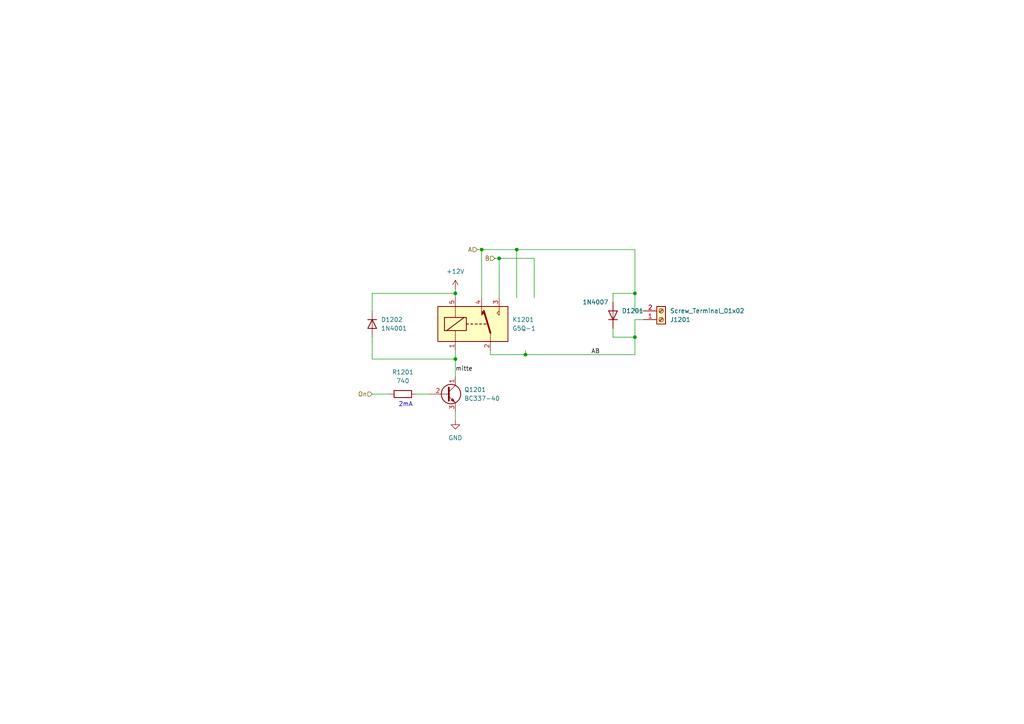
<source format=kicad_sch>
(kicad_sch (version 20211123) (generator eeschema)
  (paper "A4")
  (title_block (date "2022-03-14") (company "makerspace Bocholt"))
  (lib_symbols
    (symbol "Connector:Screw_Terminal_01x02" (pin_names (offset 1.016) hide)
      (property "Reference" "J" (at 0 2.54 0))
      (property "Value" "Screw_Terminal_01x02" (at 0 -5.08 0))
      (symbol "Screw_Terminal_01x02_1_1"
        (rectangle (start -1.27 1.27) (end 1.27 -3.81) (stroke (width 0.254)) (fill (type background)))
        (circle (center 0 -2.54) (radius 0.635) (stroke (width 0.1524)))
        (polyline (pts (xy -0.5334 -2.2098) (xy 0.3302 -3.048)) (stroke (width 0.1524)))
        (polyline (pts (xy -0.5334 0.3302) (xy 0.3302 -0.508)) (stroke (width 0.1524)))
        (polyline (pts (xy -0.3556 -2.032) (xy 0.508 -2.8702)) (stroke (width 0.1524)))
        (polyline (pts (xy -0.3556 0.508) (xy 0.508 -0.3302)) (stroke (width 0.1524)))
        (circle (center 0 0) (radius 0.635) (stroke (width 0.1524)))
        (pin passive line (at -5.08 0 0) (length 3.81) (name "Pin_1") (number "1"))
        (pin passive line (at -5.08 -2.54 0) (length 3.81) (name "Pin_2") (number "2"))
      )
    )
    (symbol "Device:R" (pin_numbers hide) (pin_names (offset 0))
      (property "Reference" "R" (at 2.032 0 90))
      (property "Value" "R" (at 0 0 90))
      (symbol "R_0_1"
        (rectangle (start -1.016 -2.54) (end 1.016 2.54) (stroke (width 0.254)))
      )
      (symbol "R_1_1"
        (pin passive line (at 0 3.81 270) (length 1.27) (name "~") (number "1"))
        (pin passive line (at 0 -3.81 90) (length 1.27) (name "~") (number "2"))
      )
    )
    (symbol "Diode:1N4001" (pin_numbers hide) (pin_names (offset 1.016) hide)
      (property "Reference" "D" (at 0 2.54 0))
      (property "Value" "1N4001" (at 0 -2.54 0))
      (symbol "1N4001_0_1"
        (polyline (pts (xy -1.27 1.27) (xy -1.27 -1.27)) (stroke (width 0.254)))
        (polyline (pts (xy 1.27 0) (xy -1.27 0)))
        (polyline (pts (xy 1.27 1.27) (xy 1.27 -1.27) (xy -1.27 0) (xy 1.27 1.27)) (stroke (width 0.254)))
      )
      (symbol "1N4001_1_1"
        (pin passive line (at -3.81 0 0) (length 2.54) (name "K") (number "1"))
        (pin passive line (at 3.81 0 180) (length 2.54) (name "A") (number "2"))
      )
    )
    (symbol "Diode:1N4007" (pin_numbers hide) (pin_names (offset 1.016) hide)
      (property "Reference" "D" (at 0 2.54 0))
      (property "Value" "1N4007" (at 0 -2.54 0))
      (symbol "1N4007_0_1"
        (polyline (pts (xy -1.27 1.27) (xy -1.27 -1.27)) (stroke (width 0.254)))
        (polyline (pts (xy 1.27 0) (xy -1.27 0)))
        (polyline (pts (xy 1.27 1.27) (xy 1.27 -1.27) (xy -1.27 0) (xy 1.27 1.27)) (stroke (width 0.254)))
      )
      (symbol "1N4007_1_1"
        (pin passive line (at -3.81 0 0) (length 2.54) (name "K") (number "1"))
        (pin passive line (at 3.81 0 180) (length 2.54) (name "A") (number "2"))
      )
    )
    (symbol "Relay:G5Q-1"
      (property "Reference" "K" (at 11.43 3.81 0))
      (property "Value" "G5Q-1" (at 11.43 1.27 0))
      (symbol "G5Q-1_0_0"
        (polyline (pts (xy 7.62 5.08) (xy 7.62 2.54) (xy 6.985 3.175) (xy 7.62 3.81)))
      )
      (symbol "G5Q-1_0_1"
        (rectangle (start -10.16 5.08) (end 10.16 -5.08) (stroke (width 0.254)) (fill (type background)))
        (rectangle (start -8.255 1.905) (end -1.905 -1.905) (stroke (width 0.254)))
        (polyline (pts (xy -7.62 -1.905) (xy -2.54 1.905)) (stroke (width 0.254)))
        (polyline (pts (xy -5.08 -5.08) (xy -5.08 -1.905)))
        (polyline (pts (xy -5.08 5.08) (xy -5.08 1.905)))
        (polyline (pts (xy -1.905 0) (xy -1.27 0)) (stroke (width 0.254)))
        (polyline (pts (xy -0.635 0) (xy 0 0)) (stroke (width 0.254)))
        (polyline (pts (xy 0.635 0) (xy 1.27 0)) (stroke (width 0.254)))
        (polyline (pts (xy 1.905 0) (xy 2.54 0)) (stroke (width 0.254)))
        (polyline (pts (xy 3.175 0) (xy 3.81 0)) (stroke (width 0.254)))
        (polyline (pts (xy 5.08 -2.54) (xy 3.175 3.81)) (stroke (width 0.508)))
        (polyline (pts (xy 5.08 -2.54) (xy 5.08 -5.08)))
        (polyline (pts (xy 2.54 5.08) (xy 2.54 2.54) (xy 3.175 3.175) (xy 2.54 3.81)) (fill (type outline)))
      )
      (symbol "G5Q-1_1_1"
        (pin passive line (at -5.08 -7.62 90) (length 2.54) (name "~") (number "1"))
        (pin passive line (at 5.08 -7.62 90) (length 2.54) (name "~") (number "2"))
        (pin passive line (at 7.62 7.62 270) (length 2.54) (name "~") (number "3"))
        (pin passive line (at 2.54 7.62 270) (length 2.54) (name "~") (number "4"))
        (pin passive line (at -5.08 7.62 270) (length 2.54) (name "~") (number "5"))
      )
    )
    (symbol "Transistor_BJT:BC337" (pin_names (offset 0) hide)
      (property "Reference" "Q" (at 5.08 1.905 0))
      (property "Value" "BC337" (at 5.08 0 0))
      (symbol "BC337_0_1"
        (polyline (pts (xy 0 0) (xy 0.635 0)))
        (polyline (pts (xy 0.635 0.635) (xy 2.54 2.54)))
        (polyline (pts (xy 0.635 -0.635) (xy 2.54 -2.54) (xy 2.54 -2.54)))
        (polyline (pts (xy 0.635 1.905) (xy 0.635 -1.905) (xy 0.635 -1.905)) (stroke (width 0.508)))
        (polyline (pts (xy 1.27 -1.778) (xy 1.778 -1.27) (xy 2.286 -2.286) (xy 1.27 -1.778) (xy 1.27 -1.778)) (fill (type outline)))
        (circle (center 1.27 0) (radius 2.8194) (stroke (width 0.254)))
      )
      (symbol "BC337_1_1"
        (pin passive line (at 2.54 5.08 270) (length 2.54) (name "C") (number "1"))
        (pin input line (at -5.08 0 0) (length 5.08) (name "B") (number "2"))
        (pin passive line (at 2.54 -5.08 90) (length 2.54) (name "E") (number "3"))
      )
    )
    (symbol "power:+12V" (power) (pin_names (offset 0))
      (property "Value" "+12V" (at 0 3.556 0))
      (symbol "+12V_0_1"
        (polyline (pts (xy -0.762 1.27) (xy 0 2.54)))
        (polyline (pts (xy 0 0) (xy 0 2.54)))
        (polyline (pts (xy 0 2.54) (xy 0.762 1.27)))
      )
      (symbol "+12V_1_1"
        (pin power_in line (at 0 0 90) (length 0) hide (name "+12V") (number "1"))
      )
    )
    (symbol "power:GND" (power) (pin_names (offset 0))
      (property "Value" "GND" (at 0 -3.81 0))
      (symbol "GND_0_1"
        (polyline (pts (xy 0 0) (xy 0 -1.27) (xy 1.27 -1.27) (xy 0 -2.54) (xy -1.27 -1.27) (xy 0 -1.27)))
      )
      (symbol "GND_1_1"
        (pin power_in line (at 0 0 270) (length 0) hide (name "GND") (number "1"))
      )
    )
  )
  (junction (at 139.7 72.39))
  (junction (at 132.08 85.09))
  (junction (at 149.86 72.39))
  (junction (at 144.78 74.93))
  (junction (at 132.08 104.14))
  (junction (at 184.15 85.09))
  (junction (at 184.15 97.79))
  (junction (at 152.4 102.87))
  (wire (pts (xy 184.15 85.09) (xy 184.15 72.39)))
  (wire (pts (xy 177.8 87.63) (xy 177.8 85.09)))
  (wire (pts (xy 149.86 72.39) (xy 149.86 86.36)))
  (wire (pts (xy 138.43 72.39) (xy 139.7 72.39)))
  (wire (pts (xy 107.95 114.3) (xy 113.03 114.3)))
  (wire (pts (xy 184.15 102.87) (xy 184.15 97.79)))
  (wire (pts (xy 132.08 85.09) (xy 132.08 86.36)))
  (wire (pts (xy 107.95 104.14) (xy 132.08 104.14)))
  (wire (pts (xy 142.24 102.87) (xy 152.4 102.87)))
  (wire (pts (xy 132.08 104.14) (xy 132.08 109.22)))
  (wire (pts (xy 184.15 90.17) (xy 184.15 85.09)))
  (wire (pts (xy 132.08 83.82) (xy 132.08 85.09)))
  (wire (pts (xy 107.95 90.17) (xy 107.95 85.09)))
  (wire (pts (xy 149.86 72.39) (xy 184.15 72.39)))
  (wire (pts (xy 139.7 72.39) (xy 139.7 86.36)))
  (wire (pts (xy 177.8 95.25) (xy 177.8 97.79)))
  (wire (pts (xy 139.7 72.39) (xy 149.86 72.39)))
  (wire (pts (xy 186.69 90.17) (xy 184.15 90.17)))
  (wire (pts (xy 177.8 85.09) (xy 184.15 85.09)))
  (wire (pts (xy 132.08 119.38) (xy 132.08 121.92)))
  (wire (pts (xy 184.15 92.71) (xy 186.69 92.71)))
  (wire (pts (xy 107.95 97.79) (xy 107.95 104.14)))
  (wire (pts (xy 120.65 114.3) (xy 124.46 114.3)))
  (wire (pts (xy 154.94 86.36) (xy 154.94 74.93)))
  (wire (pts (xy 177.8 97.79) (xy 184.15 97.79)))
  (wire (pts (xy 184.15 97.79) (xy 184.15 92.71)))
  (wire (pts (xy 144.78 74.93) (xy 143.51 74.93)))
  (wire (pts (xy 144.78 86.36) (xy 144.78 74.93)))
  (wire (pts (xy 152.4 102.87) (xy 184.15 102.87)))
  (wire (pts (xy 152.4 102.87) (xy 152.4 101.6)))
  (wire (pts (xy 142.24 101.6) (xy 142.24 102.87)))
  (wire (pts (xy 107.95 85.09) (xy 132.08 85.09)))
  (wire (pts (xy 154.94 74.93) (xy 144.78 74.93)))
  (wire (pts (xy 132.08 101.6) (xy 132.08 104.14)))
  (text "2mA" (at 115.57 118.11 0) (effects (font (size 1.27 1.27)) (justify left bottom)))
  (label "AB" (at 171.45 102.87 0))
  (label "mitte" (at 132.08 107.95 0))
  (hierarchical_label "On" (shape input) (at 107.95 114.3 180))
  (hierarchical_label "B" (shape input) (at 143.51 74.93 180))
  (hierarchical_label "A" (shape input) (at 138.43 72.39 180))
  (symbol (lib_id "Relay:G5Q-1") (at 137.16 93.98 0)
    (property "Reference" "K1201" (at 148.59 92.7099 0) (effects (justify left)))
    (property "Value" "G5Q-1" (at 148.59 95.2499 0) (effects (justify left)))
    (property "Footprint" "Relay_THT:Relay_SPDT_Omron-G5Q-1" (effects hide))
    (property "Datasheet" "https://www.omron.com/ecb/products/pdf/en-g5q.pdf" (effects hide))
  )
  (symbol (lib_id "Connector:Screw_Terminal_01x02") (at 191.77 92.71 0) (mirror x)
    (property "Reference" "J1201" (at 194.31 92.7101 0) (effects (justify left)))
    (property "Value" "Screw_Terminal_01x02" (at 194.31 90.1701 0) (effects (justify left)))
    (property "Footprint" "TerminalBlock_Phoenix:TerminalBlock_Phoenix_MKDS-1,5-2-5.08_1x02_P5.08mm_Horizontal" (effects hide))
  )
  (symbol (lib_id "power:+12V") (at 132.08 83.82 0)
    (property "Reference" "#PWR01201" (effects hide))
    (property "Value" "+12V" (at 132.08 78.74 0))
  )
  (symbol (lib_id "power:GND") (at 132.08 121.92 0)
    (property "Reference" "#PWR01202" (effects hide))
    (property "Value" "GND" (at 132.08 127 0))
  )
  (symbol (lib_id "Device:R") (at 116.84 114.3 90)
    (property "Reference" "R1201" (at 116.84 107.95 90))
    (property "Value" "740" (at 116.84 110.49 90))
    (property "Footprint" "Resistor_THT:R_Axial_DIN0207_L6.3mm_D2.5mm_P2.54mm_Vertical" (effects hide))
  )
  (symbol (lib_id "Diode:1N4007") (at 177.8 91.44 90)
    (property "Reference" "D1201" (at 180.34 90.1699 90) (effects (justify right)))
    (property "Value" "1N4007" (at 168.91 87.63 90) (effects (justify right)))
    (property "Footprint" "Diode_THT:D_DO-41_SOD81_P5.08mm_Vertical_KathodeUp" (effects hide))
    (property "Datasheet" "http://www.vishay.com/docs/88503/1n4001.pdf" (effects hide))
  )
  (symbol (lib_id "Diode:1N4001") (at 107.95 93.98 270)
    (property "Reference" "D1202" (at 110.49 92.7099 90) (effects (justify left)))
    (property "Value" "1N4001" (at 110.49 95.2499 90) (effects (justify left)))
    (property "Footprint" "Diode_THT:D_DO-41_SOD81_P5.08mm_Vertical_KathodeUp" (effects hide))
    (property "Datasheet" "http://www.vishay.com/docs/88503/1n4001.pdf" (effects hide))
  )
  (symbol (lib_id "Transistor_BJT:BC337") (at 129.54 114.3 0)
    (property "Reference" "Q1201" (at 134.62 113.0299 0) (effects (justify left)))
    (property "Value" "BC337-40" (at 134.62 115.5699 0) (effects (justify left)))
    (property "Footprint" "Package_TO_SOT_THT:TO-92_Inline" (effects hide))
    (property "Datasheet" "https://diotec.com/tl_files/diotec/files/pdf/datasheets/bc337.pdf" (effects hide))
  )
)
</source>
